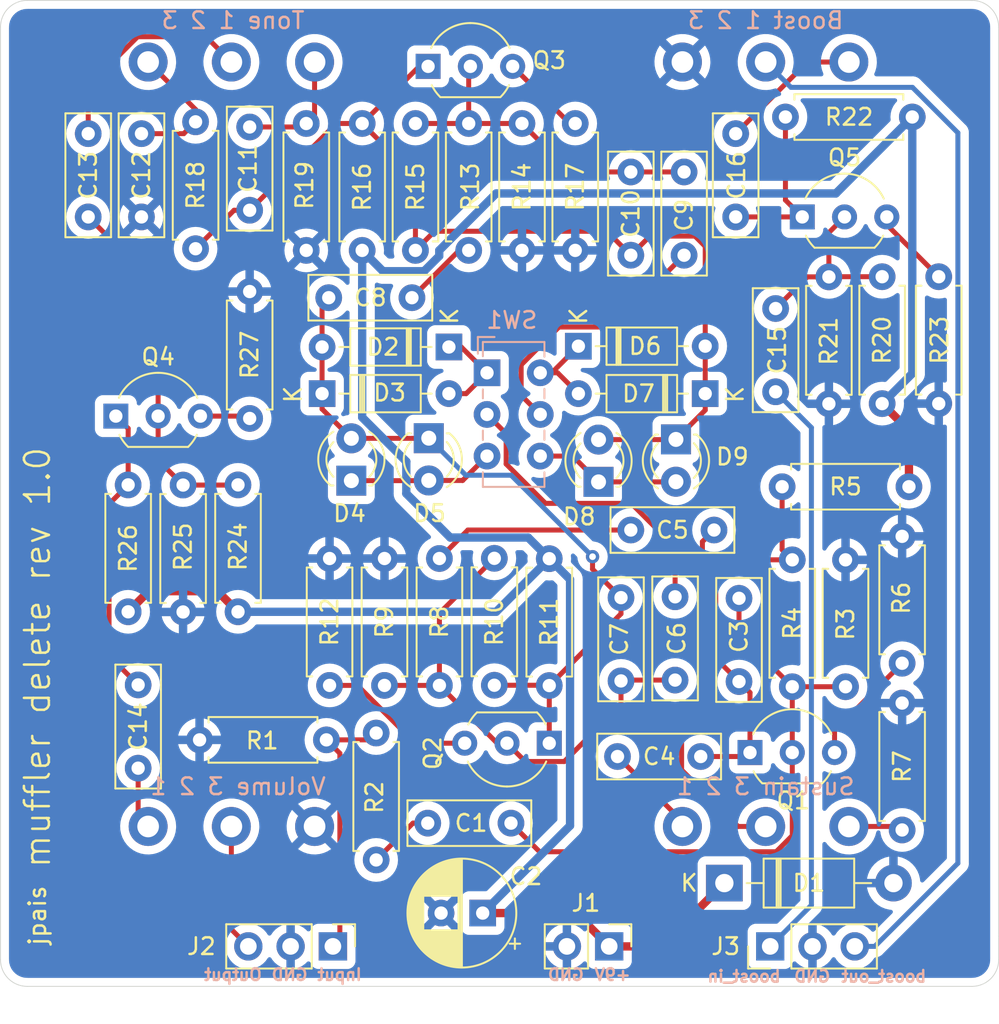
<source format=kicad_pcb>
(kicad_pcb (version 20211014) (generator pcbnew)
  (layers (0 "F.Cu" signal) (31 "B.Cu" power) (34 "B.Paste" user) (35 "F.Paste" user) (36 "B.SilkS" user "B.Silkscreen") (37 "F.SilkS" user "F.Silkscreen") (38 "B.Mask" user) (39 "F.Mask" user) (44 "Edge.Cuts" user))
  (net 0 "")
  (net 1 "/q1b")
  (net 2 "Net-(C1-Pad2)")
  (net 3 "VCC")
  (net 4 "GND")
  (net 5 "/q1c")
  (net 6 "Net-(C4-Pad1)")
  (net 7 "/clip1IN")
  (net 8 "Net-(C5-Pad2)")
  (net 9 "/clipmod1in")
  (net 10 "/q2b")
  (net 11 "/q2c")
  (net 12 "/clip2IN")
  (net 13 "/clipmod2in")
  (net 14 "/q3b")
  (net 15 "/q3c")
  (net 16 "/HPFout")
  (net 17 "/LPFout")
  (net 18 "/toneOUT")
  (net 19 "/q4b")
  (net 20 "/q4c")
  (net 21 "/boost_in")
  (net 22 "/q5b")
  (net 23 "/q5c")
  (net 24 "Net-(D2-Pad1)")
  (net 25 "Net-(D4-Pad1)")
  (net 26 "Net-(D6-Pad1)")
  (net 27 "Net-(D8-Pad1)")
  (net 28 "/Input")
  (net 29 "/Output")
  (net 30 "/boost_out")
  (net 31 "/q1e")
  (net 32 "/q2e")
  (net 33 "/q3e")
  (net 34 "/q5e")
  (net 35 "/q4e")
  (net 36 "Net-(R7-Pad1)")
  (net 37 "/volume_pot1")
  (net 38 "/boost_pot1")
  (footprint "Resistor_THT:R_Axial_DIN0207_L6.3mm_D2.5mm_P7.62mm_Horizontal" (layer "F.Cu") (at 129.25 80.09 -90)
    (fp_text reference "R18" (at 3.81 0 90) (layer "F.SilkS"))
    (fp_text value "33k")
    (pad "1" thru_hole circle (at 0 0 270) (size 1.6 1.6) (drill 0.8) (layers *.Cu *.Mask) (net 17 "/LPFout"))
    (pad "2" thru_hole oval (at 7.62 0 270) (size 1.6 1.6) (drill 0.8) (layers *.Cu *.Mask) (net 15 "/q3c"))
  )
  (footprint "Resistor_THT:R_Axial_DIN0207_L6.3mm_D2.5mm_P7.62mm_Horizontal" (layer "F.Cu") (at 165.1 106.39 -90)
    (fp_text reference "R4" (at 3.81 0 90) (layer "F.SilkS"))
    (fp_text value "470k")
    (pad "1" thru_hole circle (at 0 0 270) (size 1.6 1.6) (drill 0.8) (layers *.Cu *.Mask) (net 5 "/q1c"))
    (pad "2" thru_hole oval (at 7.62 0 270) (size 1.6 1.6) (drill 0.8) (layers *.Cu *.Mask) (net 1 "/q1b"))
  )
  (footprint "Resistor_THT:R_Axial_DIN0207_L6.3mm_D2.5mm_P7.62mm_Horizontal" (layer "F.Cu") (at 142.46 87.81 90)
    (fp_text reference "R15" (at 3.81 0 90) (layer "F.SilkS"))
    (fp_text value "470k")
    (pad "1" thru_hole circle (at 0 0 90) (size 1.6 1.6) (drill 0.8) (layers *.Cu *.Mask) (net 15 "/q3c"))
    (pad "2" thru_hole oval (at 7.62 0 90) (size 1.6 1.6) (drill 0.8) (layers *.Cu *.Mask) (net 14 "/q3b"))
  )
  (footprint "Diode_THT:D_DO-35_SOD27_P7.62mm_Horizontal" (layer "F.Cu") (at 159.87 96.41 180)
    (fp_text reference "D7" (at 4.01 0) (layer "F.SilkS"))
    (fp_text value "1N4148")
    (fp_text user "K" (at -1.79 -0.05 90) (layer "F.SilkS"))
    (pad "1" thru_hole rect (at 0 0 180) (size 1.6 1.6) (drill 0.8) (layers *.Cu *.Mask) (net 15 "/q3c"))
    (pad "2" thru_hole oval (at 7.62 0 180) (size 1.6 1.6) (drill 0.8) (layers *.Cu *.Mask) (net 26 "Net-(D6-Pad1)"))
  )
  (footprint "Resistor_THT:R_Axial_DIN0207_L6.3mm_D2.5mm_P7.62mm_Horizontal" (layer "F.Cu") (at 147.2 113.92 90)
    (fp_text reference "R10" (at 3.81 0 90) (layer "F.SilkS"))
    (fp_text value "470k")
    (pad "1" thru_hole circle (at 0 0 90) (size 1.6 1.6) (drill 0.8) (layers *.Cu *.Mask) (net 11 "/q2c"))
    (pad "2" thru_hole oval (at 7.62 0 90) (size 1.6 1.6) (drill 0.8) (layers *.Cu *.Mask) (net 10 "/q2b"))
  )
  (footprint "Diode_THT:D_DO-41_SOD81_P10.16mm_Horizontal" (layer "F.Cu") (at 161.02 125.8)
    (fp_text reference "D1" (at 5.08 0 180) (layer "F.SilkS"))
    (fp_text value "1N4007")
    (fp_text user "K" (at -2.12 0) (layer "F.SilkS"))
    (pad "1" thru_hole rect (at 0 0) (size 2.2 2.2) (drill 1.1) (layers *.Cu *.Mask) (net 3 "VCC"))
    (pad "2" thru_hole oval (at 10.16 0) (size 2.2 2.2) (drill 1.1) (layers *.Cu *.Mask) (net 4 "GND"))
  )
  (footprint "Diode_THT:D_DO-35_SOD27_P7.62mm_Horizontal" (layer "F.Cu") (at 136.85 96.41)
    (fp_text reference "D3" (at 4.06 -0.05) (layer "F.SilkS"))
    (fp_text value "1N4148")
    (fp_text user "K" (at -1.74 0.05 90) (layer "F.SilkS"))
    (pad "1" thru_hole rect (at 0 0) (size 1.6 1.6) (drill 0.8) (layers *.Cu *.Mask) (net 11 "/q2c"))
    (pad "2" thru_hole oval (at 7.62 0) (size 1.6 1.6) (drill 0.8) (layers *.Cu *.Mask) (net 24 "Net-(D2-Pad1)"))
  )
  (footprint "Connector_PinHeader_2.54mm:PinHeader_1x03_P2.54mm_Vertical" (layer "F.Cu") (at 137.5 129.6 -90)
    (fp_text reference "J2" (at 0 7.9 180) (layer "F.SilkS"))
    (fp_text value "Conn_01x03")
    (pad "1" thru_hole rect (at 0 0 270) (size 1.7 1.7) (drill 1) (layers *.Cu *.Mask) (net 28 "/Input"))
    (pad "2" thru_hole oval (at 0 2.54 270) (size 1.7 1.7) (drill 1) (layers *.Cu *.Mask) (net 4 "GND"))
    (pad "3" thru_hole oval (at 0 5.08 270) (size 1.7 1.7) (drill 1) (layers *.Cu *.Mask) (net 29 "/Output"))
  )
  (footprint "Capacitor_THT:C_Rect_L7.2mm_W2.5mm_P5.00mm_FKS2_FKP2_MKS2_MKP2" (layer "F.Cu") (at 142.25 90.65 180)
    (fp_text reference "C8" (at 2.5 0) (layer "F.SilkS"))
    (fp_text value "100n")
    (pad "1" thru_hole circle (at 0 0 180) (size 1.6 1.6) (drill 0.8) (layers *.Cu *.Mask) (net 12 "/clip2IN"))
    (pad "2" thru_hole circle (at 5 0 180) (size 1.6 1.6) (drill 0.8) (layers *.Cu *.Mask) (net 11 "/q2c"))
  )
  (footprint "Resistor_THT:R_Axial_DIN0207_L6.3mm_D2.5mm_P7.62mm_Horizontal" (layer "F.Cu") (at 173.9 89.39 -90)
    (fp_text reference "R23" (at 3.81 -0.05 90) (layer "F.SilkS"))
    (fp_text value "390")
    (pad "1" thru_hole circle (at 0 0 270) (size 1.6 1.6) (drill 0.8) (layers *.Cu *.Mask) (net 34 "/q5e"))
    (pad "2" thru_hole oval (at 7.62 0 270) (size 1.6 1.6) (drill 0.8) (layers *.Cu *.Mask) (net 4 "GND"))
  )
  (footprint "Resistor_THT:R_Axial_DIN0207_L6.3mm_D2.5mm_P7.62mm_Horizontal" (layer "F.Cu") (at 145.66 80.19 -90)
    (fp_text reference "R13" (at 3.81 -0.1 90) (layer "F.SilkS"))
    (fp_text value "8.2k")
    (pad "1" thru_hole circle (at 0 0 270) (size 1.6 1.6) (drill 0.8) (layers *.Cu *.Mask) (net 14 "/q3b"))
    (pad "2" thru_hole oval (at 7.62 0 270) (size 1.6 1.6) (drill 0.8) (layers *.Cu *.Mask) (net 12 "/clip2IN"))
  )
  (footprint "Capacitor_THT:C_Rect_L7.2mm_W2.5mm_P5.00mm_FKS2_FKP2_MKS2_MKP2" (layer "F.Cu") (at 126 80.8 -90)
    (fp_text reference "C12" (at 2.5 0 90) (layer "F.SilkS"))
    (fp_text value "10n")
    (pad "1" thru_hole circle (at 0 0 270) (size 1.6 1.6) (drill 0.8) (layers *.Cu *.Mask) (net 17 "/LPFout"))
    (pad "2" thru_hole circle (at 5 0 270) (size 1.6 1.6) (drill 0.8) (layers *.Cu *.Mask) (net 4 "GND"))
  )
  (footprint "Capacitor_THT:C_Rect_L7.2mm_W2.5mm_P5.00mm_FKS2_FKP2_MKS2_MKP2" (layer "F.Cu") (at 158.6 88.1 90)
    (fp_text reference "C9" (at 2.4 0 90) (layer "F.SilkS"))
    (fp_text value "47n")
    (pad "1" thru_hole circle (at 0 0 90) (size 1.6 1.6) (drill 0.8) (layers *.Cu *.Mask) (net 13 "/clipmod2in"))
    (pad "2" thru_hole circle (at 5 0 90) (size 1.6 1.6) (drill 0.8) (layers *.Cu *.Mask) (net 14 "/q3b"))
  )
  (footprint "Capacitor_THT:C_Rect_L7.2mm_W2.5mm_P5.00mm_FKS2_FKP2_MKS2_MKP2" (layer "F.Cu") (at 125.8 118.9 90)
    (fp_text reference "C14" (at 2.5 0 90) (layer "F.SilkS"))
    (fp_text value "100n")
    (pad "1" thru_hole circle (at 0 0 90) (size 1.6 1.6) (drill 0.8) (layers *.Cu *.Mask) (net 37 "/volume_pot1"))
    (pad "2" thru_hole circle (at 5 0 90) (size 1.6 1.6) (drill 0.8) (layers *.Cu *.Mask) (net 20 "/q4c"))
  )
  (footprint "LED_THT:LED_D3.0mm" (layer "F.Cu") (at 143.26 99.085 -90)
    (fp_text reference "D5" (at 4.515 -0.05 180) (layer "F.SilkS"))
    (fp_text value "RED")
    (pad "1" thru_hole rect (at 0 0 270) (size 1.8 1.8) (drill 0.9) (layers *.Cu *.Mask) (net 11 "/q2c"))
    (pad "2" thru_hole circle (at 2.54 0 270) (size 1.8 1.8) (drill 0.9) (layers *.Cu *.Mask) (net 25 "Net-(D4-Pad1)"))
  )
  (footprint "Resistor_THT:R_Axial_DIN0207_L6.3mm_D2.5mm_P7.62mm_Horizontal" (layer "F.Cu") (at 171.7 122.61 90)
    (fp_text reference "R7" (at 3.81 0 90) (layer "F.SilkS"))
    (fp_text value "1k")
    (pad "1" thru_hole circle (at 0 0 90) (size 1.6 1.6) (drill 0.8) (layers *.Cu *.Mask) (net 36 "Net-(R7-Pad1)"))
    (pad "2" thru_hole oval (at 7.62 0 90) (size 1.6 1.6) (drill 0.8) (layers *.Cu *.Mask) (net 4 "GND"))
  )
  (footprint "Resistor_THT:R_Axial_DIN0207_L6.3mm_D2.5mm_P7.62mm_Horizontal" (layer "F.Cu") (at 170.5 97.01 90)
    (fp_text reference "R20" (at 3.81 0 90) (layer "F.SilkS"))
    (fp_text value "470k")
    (pad "1" thru_hole circle (at 0 0 90) (size 1.6 1.6) (drill 0.8) (layers *.Cu *.Mask) (net 3 "VCC"))
    (pad "2" thru_hole oval (at 7.62 0 90) (size 1.6 1.6) (drill 0.8) (layers *.Cu *.Mask) (net 22 "/q5b"))
  )
  (footprint "Capacitor_THT:C_Rect_L7.2mm_W2.5mm_P5.00mm_FKS2_FKP2_MKS2_MKP2" (layer "F.Cu") (at 122.8 80.8 -90)
    (fp_text reference "C13" (at 2.5 0 90) (layer "F.SilkS"))
    (fp_text value "100n")
    (pad "1" thru_hole circle (at 0 0 270) (size 1.6 1.6) (drill 0.8) (layers *.Cu *.Mask) (net 18 "/toneOUT"))
    (pad "2" thru_hole circle (at 5 0 270) (size 1.6 1.6) (drill 0.8) (layers *.Cu *.Mask) (net 19 "/q4b"))
  )
  (footprint "Resistor_THT:R_Axial_DIN0207_L6.3mm_D2.5mm_P7.62mm_Horizontal" (layer "F.Cu") (at 171.7 112.6 90)
    (fp_text reference "R6" (at 3.91 -0.05 90) (layer "F.SilkS"))
    (fp_text value "150")
    (pad "1" thru_hole circle (at 0 0 90) (size 1.6 1.6) (drill 0.8) (layers *.Cu *.Mask) (net 31 "/q1e"))
    (pad "2" thru_hole oval (at 7.62 0 90) (size 1.6 1.6) (drill 0.8) (layers *.Cu *.Mask) (net 4 "GND"))
  )
  (footprint "Resistor_THT:R_Axial_DIN0207_L6.3mm_D2.5mm_P7.62mm_Horizontal" (layer "F.Cu") (at 135.9 87.81 90)
    (fp_text reference "R19" (at 3.91 -0.1 90) (layer "F.SilkS"))
    (fp_text value "33k")
    (pad "1" thru_hole circle (at 0 0 90) (size 1.6 1.6) (drill 0.8) (layers *.Cu *.Mask) (net 4 "GND"))
    (pad "2" thru_hole oval (at 7.62 0 90) (size 1.6 1.6) (drill 0.8) (layers *.Cu *.Mask) (net 16 "/HPFout"))
  )
  (footprint "Resistor_THT:R_Axial_DIN0207_L6.3mm_D2.5mm_P7.62mm_Horizontal" (layer "F.Cu") (at 140.6 113.93 90)
    (fp_text reference "R9" (at 3.81 0 90) (layer "F.SilkS"))
    (fp_text value "100k")
    (pad "1" thru_hole circle (at 0 0 90) (size 1.6 1.6) (drill 0.8) (layers *.Cu *.Mask) (net 10 "/q2b"))
    (pad "2" thru_hole oval (at 7.62 0 90) (size 1.6 1.6) (drill 0.8) (layers *.Cu *.Mask) (net 4 "GND"))
  )
  (footprint "Resistor_THT:R_Axial_DIN0207_L6.3mm_D2.5mm_P7.62mm_Horizontal" (layer "F.Cu") (at 148.86 80.19 -90)
    (fp_text reference "R14" (at 3.81 0 90) (layer "F.SilkS"))
    (fp_text value "100k")
    (pad "1" thru_hole circle (at 0 0 270) (size 1.6 1.6) (drill 0.8) (layers *.Cu *.Mask) (net 14 "/q3b"))
    (pad "2" thru_hole oval (at 7.62 0 270) (size 1.6 1.6) (drill 0.8) (layers *.Cu *.Mask) (net 4 "GND"))
  )
  (footprint "Package_TO_SOT_THT:TO-92_Inline_Wide" (layer "F.Cu") (at 150.5 117.4 180)
    (fp_text reference "Q2" (at 7 -0.6 90) (layer "F.SilkS"))
    (fp_text value "BC547")
    (pad "1" thru_hole rect (at 0 0 180) (size 1.5 1.5) (drill 0.8) (layers *.Cu *.Mask) (net 11 "/q2c"))
    (pad "2" thru_hole circle (at 2.54 0 180) (size 1.5 1.5) (drill 0.8) (layers *.Cu *.Mask) (net 10 "/q2b"))
    (pad "3" thru_hole circle (at 5.08 0 180) (size 1.5 1.5) (drill 0.8) (layers *.Cu *.Mask) (net 32 "/q2e"))
  )
  (footprint "Capacitor_THT:C_Rect_L7.2mm_W2.5mm_P5.00mm_FKS2_FKP2_MKS2_MKP2" (layer "F.Cu") (at 155.4 104.6)
    (fp_text reference "C5" (at 2.5 0) (layer "F.SilkS"))
    (fp_text value "100n")
    (pad "1" thru_hole circle (at 0 0) (size 1.6 1.6) (drill 0.8) (layers *.Cu *.Mask) (net 7 "/clip1IN"))
    (pad "2" thru_hole circle (at 5 0) (size 1.6 1.6) (drill 0.8) (layers *.Cu *.Mask) (net 8 "Net-(C5-Pad2)"))
  )
  (footprint "Capacitor_THT:C_Rect_L7.2mm_W2.5mm_P5.00mm_FKS2_FKP2_MKS2_MKP2" (layer "F.Cu") (at 164.1 96.3 90)
    (fp_text reference "C15" (at 2.5 0.1 90) (layer "F.SilkS"))
    (fp_text value "100n")
    (pad "1" thru_hole circle (at 0 0 90) (size 1.6 1.6) (drill 0.8) (layers *.Cu *.Mask) (net 21 "/boost_in"))
    (pad "2" thru_hole circle (at 5 0 90) (size 1.6 1.6) (drill 0.8) (layers *.Cu *.Mask) (net 22 "/q5b"))
  )
  (footprint "Resistor_THT:R_Axial_DIN0207_L6.3mm_D2.5mm_P7.62mm_Horizontal" (layer "F.Cu") (at 143.9 113.93 90)
    (fp_text reference "R8" (at 3.81 0 90) (layer "F.SilkS"))
    (fp_text value "8.2k")
    (pad "1" thru_hole circle (at 0 0 90) (size 1.6 1.6) (drill 0.8) (layers *.Cu *.Mask) (net 10 "/q2b"))
    (pad "2" thru_hole oval (at 7.62 0 90) (size 1.6 1.6) (drill 0.8) (layers *.Cu *.Mask) (net 7 "/clip1IN"))
  )
  (footprint "Resistor_THT:R_Axial_DIN0207_L6.3mm_D2.5mm_P7.62mm_Horizontal" (layer "F.Cu") (at 125.2 109.51 90)
    (fp_text reference "R26" (at 3.81 0 90) (layer "F.SilkS"))
    (fp_text value "12k")
    (pad "1" thru_hole circle (at 0 0 90) (size 1.6 1.6) (drill 0.8) (layers *.Cu *.Mask) (net 3 "VCC"))
    (pad "2" thru_hole oval (at 7.62 0 90) (size 1.6 1.6) (drill 0.8) (layers *.Cu *.Mask) (net 20 "/q4c"))
  )
  (footprint "Resistor_THT:R_Axial_DIN0207_L6.3mm_D2.5mm_P7.62mm_Horizontal" (layer "F.Cu") (at 167.3 89.4 -90)
    (fp_text reference "R21" (at 3.86 0 90) (layer "F.SilkS"))
    (fp_text value "47k")
    (pad "1" thru_hole circle (at 0 0 270) (size 1.6 1.6) (drill 0.8) (layers *.Cu *.Mask) (net 22 "/q5b"))
    (pad "2" thru_hole oval (at 7.62 0 270) (size 1.6 1.6) (drill 0.8) (layers *.Cu *.Mask) (net 4 "GND"))
  )
  (footprint "Connector_PinHeader_2.54mm:PinHeader_1x03_P2.54mm_Vertical" (layer "F.Cu") (at 163.775 129.6 90)
    (fp_text reference "J3" (at 0 -2.675 180) (layer "F.SilkS"))
    (fp_text value "Conn_01x03")
    (pad "1" thru_hole rect (at 0 0 90) (size 1.7 1.7) (drill 1) (layers *.Cu *.Mask) (net 21 "/boost_in"))
    (pad "2" thru_hole oval (at 0 2.54 90) (size 1.7 1.7) (drill 1) (layers *.Cu *.Mask) (net 4 "GND"))
    (pad "3" thru_hole oval (at 0 5.08 90) (size 1.7 1.7) (drill 1) (layers *.Cu *.Mask) (net 30 "/boost_out"))
  )
  (footprint "Package_TO_SOT_THT:TO-92_Inline_Wide" (layer "F.Cu") (at 143.22 76.76)
    (fp_text reference "Q3" (at 7.28 -0.36) (layer "F.SilkS"))
    (fp_text value "BC547")
    (pad "1" thru_hole rect (at 0 0) (size 1.5 1.5) (drill 0.8) (layers *.Cu *.Mask) (net 15 "/q3c"))
    (pad "2" thru_hole circle (at 2.54 0) (size 1.5 1.5) (drill 0.8) (layers *.Cu *.Mask) (net 14 "/q3b"))
    (pad "3" thru_hole circle (at 5.08 0) (size 1.5 1.5) (drill 0.8) (layers *.Cu *.Mask) (net 33 "/q3e"))
  )
  (footprint "Resistor_THT:R_Axial_DIN0207_L6.3mm_D2.5mm_P7.62mm_Horizontal" (layer "F.Cu") (at 137.3 113.93 90)
    (fp_text reference "R12" (at 3.81 0 90) (layer "F.SilkS"))
    (fp_text value "150")
    (pad "1" thru_hole circle (at 0 0 90) (size 1.6 1.6) (drill 0.8) (layers *.Cu *.Mask) (net 32 "/q2e"))
    (pad "2" thru_hole oval (at 7.62 0 90) (size 1.6 1.6) (drill 0.8) (layers *.Cu *.Mask) (net 4 "GND"))
  )
  (footprint "Diode_THT:D_DO-35_SOD27_P7.62mm_Horizontal" (layer "F.Cu") (at 144.47 93.61 180)
    (fp_text reference "D2" (at 3.96 0) (layer "F.SilkS"))
    (fp_text value "1N4148")
    (fp_text user "K" (at -0.04 1.85 90) (layer "F.SilkS"))
    (pad "1" thru_hole rect (at 0 0 180) (size 1.6 1.6) (drill 0.8) (layers *.Cu *.Mask) (net 24 "Net-(D2-Pad1)"))
    (pad "2" thru_hole oval (at 7.62 0 180) (size 1.6 1.6) (drill 0.8) (layers *.Cu *.Mask) (net 11 "/q2c"))
  )
  (footprint "Connector_PinHeader_2.54mm:PinHeader_1x02_P2.54mm_Vertical" (layer "F.Cu") (at 154.1 129.6 -90)
    (fp_text reference "J1" (at -2.6 1.4 180) (layer "F.SilkS"))
    (fp_text value "Conn_01x02")
    (pad "1" thru_hole rect (at 0 0 270) (size 1.7 1.7) (drill 1) (layers *.Cu *.Mask) (net 3 "VCC"))
    (pad "2" thru_hole oval (at 0 2.54 270) (size 1.7 1.7) (drill 1) (layers *.Cu *.Mask) (net 4 "GND"))
  )
  (footprint "Capacitor_THT:C_Rect_L7.2mm_W2.5mm_P5.00mm_FKS2_FKP2_MKS2_MKP2" (layer "F.Cu") (at 148.2 122.2 180)
    (fp_text reference "C1" (at 2.4 0) (layer "F.SilkS"))
    (fp_text value "100n")
    (pad "1" thru_hole circle (at 0 0 180) (size 1.6 1.6) (drill 0.8) (layers *.Cu *.Mask) (net 1 "/q1b"))
    (pad "2" thru_hole circle (at 5 0 180) (size 1.6 1.6) (drill 0.8) (layers *.Cu *.Mask) (net 2 "Net-(C1-Pad2)"))
  )
  (footprint "Resistor_THT:R_Axial_DIN0207_L6.3mm_D2.5mm_P7.62mm_Horizontal" (layer "F.Cu") (at 131.8 109.51 90)
    (fp_text reference "R24" (at 3.91 0 90) (layer "F.SilkS"))
    (fp_text value "470k")
    (pad "1" thru_hole circle (at 0 0 90) (size 1.6 1.6) (drill 0.8) (layers *.Cu *.Mask) (net 3 "VCC"))
    (pad "2" thru_hole oval (at 7.62 0 90) (size 1.6 1.6) (drill 0.8) (layers *.Cu *.Mask) (net 19 "/q4b"))
  )
  (footprint "Capacitor_THT:C_Rect_L7.2mm_W2.5mm_P5.00mm_FKS2_FKP2_MKS2_MKP2" (layer "F.Cu") (at 154.81 108.66 -90)
    (fp_text reference "C7" (at 2.5 0.1 90) (layer "F.SilkS"))
    (fp_text value "470p")
    (pad "1" thru_hole circle (at 0 0 270) (size 1.6 1.6) (drill 0.8) (layers *.Cu *.Mask) (net 11 "/q2c"))
    (pad "2" thru_hole circle (at 5 0 270) (size 1.6 1.6) (drill 0.8) (layers *.Cu *.Mask) (net 10 "/q2b"))
  )
  (footprint "Package_TO_SOT_THT:TO-92_Inline_Wide" (layer "F.Cu") (at 165.7 85.8)
    (fp_text reference "Q5" (at 2.54 -3.56) (layer "F.SilkS"))
    (fp_text value "BC547")
    (pad "1" thru_hole rect (at 0 0) (size 1.5 1.5) (drill 0.8) (layers *.Cu *.Mask) (net 23 "/q5c"))
    (pad "2" thru_hole circle (at 2.54 0) (size 1.5 1.5) (drill 0.8) (layers *.Cu *.Mask) (net 22 "/q5b"))
    (pad "3" thru_hole circle (at 5.08 0) (size 1.5 1.5) (drill 0.8) (layers *.Cu *.Mask) (net 34 "/q5e"))
  )
  (footprint "Resistor_THT:R_Axial_DIN0207_L6.3mm_D2.5mm_P7.62mm_Horizontal" (layer "F.Cu") (at 139.26 87.81 90)
    (fp_text reference "R16" (at 3.8 0 90) (layer "F.SilkS"))
    (fp_text value "12k")
    (pad "1" thru_hole circle (at 0 0 90) (size 1.6 1.6) (drill 0.8) (layers *.Cu *.Mask) (net 3 "VCC"))
    (pad "2" thru_hole oval (at 7.62 0 90) (size 1.6 1.6) (drill 0.8) (layers *.Cu *.Mask) (net 15 "/q3c"))
  )
  (footprint "Capacitor_THT:C_Rect_L7.2mm_W2.5mm_P5.00mm_FKS2_FKP2_MKS2_MKP2" (layer "F.Cu") (at 158.06 108.61 -90)
    (fp_text reference "C6" (at 2.5 -0.1 90) (layer "F.SilkS"))
    (fp_text value "47n")
    (pad "1" thru_hole circle (at 0 0 270) (size 1.6 1.6) (drill 0.8) (layers *.Cu *.Mask) (net 9 "/clipmod1in"))
    (pad "2" thru_hole circle (at 5 0 270) (size 1.6 1.6) (drill 0.8) (layers *.Cu *.Mask) (net 10 "/q2b"))
  )
  (footprint "Capacitor_THT:C_Rect_L7.2mm_W2.5mm_P5.00mm_FKS2_FKP2_MKS2_MKP2" (layer "F.Cu") (at 132.5 80.4 -90)
    (fp_text reference "C11" (at 2.5 0.1 90) (layer "F.SilkS"))
    (fp_text value "4n")
    (pad "1" thru_hole circle (at 0 0 270) (size 1.6 1.6) (drill 0.8) (layers *.Cu *.Mask) (net 16 "/HPFout"))
    (pad "2" thru_hole circle (at 5 0 270) (size 1.6 1.6) (drill 0.8) (layers *.Cu *.Mask) (net 15 "/q3c"))
  )
  (footprint "Resistor_THT:R_Axial_DIN0207_L6.3mm_D2.5mm_P7.62mm_Horizontal" (layer "F.Cu") (at 128.5 101.9 -90)
    (fp_text reference "R25" (at 3.71 0 90) (layer "F.SilkS"))
    (fp_text value "100k")
    (pad "1" thru_hole circle (at 0 0 270) (size 1.6 1.6) (drill 0.8) (layers *.Cu *.Mask) (net 19 "/q4b"))
    (pad "2" thru_hole oval (at 7.62 0 270) (size 1.6 1.6) (drill 0.8) (layers *.Cu *.Mask) (net 4 "GND"))
  )
  (footprint "Capacitor_THT:CP_Radial_D6.3mm_P2.50mm" (layer "F.Cu") (at 146.5 127.6 180)
    (fp_text reference "C2" (at -2.6 2.2 180) (layer "F.SilkS"))
    (fp_text value "100u")
    (pad "1" thru_hole rect (at 0 0 180) (size 1.6 1.6) (drill 0.8) (layers *.Cu *.Mask) (net 3 "VCC"))
    (pad "2" thru_hole circle (at 2.5 0 180) (size 1.6 1.6) (drill 0.8) (layers *.Cu *.Mask) (net 4 "GND"))
  )
  (footprint "Resistor_THT:R_Axial_DIN0207_L6.3mm_D2.5mm_P7.62mm_Horizontal" (layer "F.Cu") (at 137.11 117.2 180)
    (fp_text reference "R1" (at 3.86 -0.05) (layer "F.SilkS"))
    (fp_text value "1M")
    (pad "1" thru_hole circle (at 0 0 180) (size 1.6 1.6) (drill 0.8) (layers *.Cu *.Mask) (net 28 "/Input"))
    (pad "2" thru_hole oval (at 7.62 0 180) (size 1.6 1.6) (drill 0.8) (layers *.Cu *.Mask) (net 4 "GND"))
  )
  (footprint "LED_THT:LED_D3.0mm" (layer "F.Cu") (at 158.11 99.16 -90)
    (fp_text reference "D9" (at 1.04 -3.39 180) (layer "F.SilkS"))
    (fp_text value "RED")
    (pad "1" thru_hole rect (at 0 0 270) (size 1.8 1.8) (drill 0.9) (layers *.Cu *.Mask) (net 15 "/q3c"))
    (pad "2" thru_hole circle (at 2.54 0 270) (size 1.8 1.8) (drill 0.9) (layers *.Cu *.Mask) (net 27 "Net-(D8-Pad1)"))
  )
  (footprint "Capacitor_THT:C_Rect_L7.2mm_W2.5mm_P5.00mm_FKS2_FKP2_MKS2_MKP2" (layer "F.Cu") (at 154.6 118.2)
    (fp_text reference "C4" (at 2.5 0) (layer "F.SilkS"))
    (fp_text value "100n")
    (pad "1" thru_hole circle (at 0 0) (size 1.6 1.6) (drill 0.8) (layers *.Cu *.Mask) (net 6 "Net-(C4-Pad1)"))
    (pad "2" thru_hole circle (at 5 0) (size 1.6 1.6) (drill 0.8) (layers *.Cu *.Mask) (net 5 "/q1c"))
  )
  (footprint "Resistor_THT:R_Axial_DIN0207_L6.3mm_D2.5mm_P7.62mm_Horizontal" (layer "F.Cu") (at 132.5 97.9 90)
    (fp_text reference "R27" (at 3.82 0 90) (layer "F.SilkS"))
    (fp_text value "2.7k")
    (pad "1" thru_hole circle (at 0 0 90) (size 1.6 1.6) (drill 0.8) (layers *.Cu *.Mask) (net 35 "/q4e"))
    (pad "2" thru_hole oval (at 7.62 0 90) (size 1.6 1.6) (drill 0.8) (layers *.Cu *.Mask) (net 4 "GND"))
  )
  (footprint "Resistor_THT:R_Axial_DIN0207_L6.3mm_D2.5mm_P7.62mm_Horizontal" (layer "F.Cu") (at 140.1 124.41 90)
    (fp_text reference "R2" (at 3.76 -0.1 90) (layer "F.SilkS"))
    (fp_text value "33k")
    (pad "1" thru_hole circle (at 0 0 90) (size 1.6 1.6) (drill 0.8) (layers *.Cu *.Mask) (net 2 "Net-(C1-Pad2)"))
    (pad "2" thru_hole oval (at 7.62 0 90) (size 1.6 1.6) (drill 0.8) (layers *.Cu *.Mask) (net 28 "/Input"))
  )
  (footprint "Package_TO_SOT_THT:TO-92_Inline_Wide" (layer "F.Cu") (at 124.46 97.76)
    (fp_text reference "Q4" (at 2.54 -3.56) (layer "F.SilkS"))
    (fp_text value "BC547")
    (pad "1" thru_hole rect (at 0 0) (size 1.5 1.5) (drill 0.8) (layers *.Cu *.Mask) (net 20 "/q4c"))
    (pad "2" thru_hole circle (at 2.54 0) (size 1.5 1.5) (drill 0.8) (layers *.Cu *.Mask) (net 19 "/q4b"))
    (pad "3" thru_hole circle (at 5.08 0) (size 1.5 1.5) (drill 0.8) (layers *.Cu *.Mask) (net 35 "/q4e"))
  )
  (footprint "Resistor_THT:R_Axial_DIN0207_L6.3mm_D2.5mm_P7.62mm_Horizontal" (layer "F.Cu") (at 150.5 106.32 -90)
    (fp_text reference "R11" (at 3.81 0 90) (layer "F.SilkS"))
    (fp_text value "12k")
    (pad "1" thru_hole circle (at 0 0 270) (size 1.6 1.6) (drill 0.8) (layers *.Cu *.Mask) (net 3 "VCC"))
    (pad "2" thru_hole oval (at 7.62 0 270) (size 1.6 1.6) (drill 0.8) (layers *.Cu *.Mask) (net 11 "/q2c"))
  )
  (footprint "Resistor_THT:R_Axial_DIN0207_L6.3mm_D2.5mm_P7.62mm_Horizontal" (layer "F.Cu") (at 168.3 114.01 90)
    (fp_text reference "R3" (at 3.76 0 90) (layer "F.SilkS"))
    (fp_text value "100k")
    (pad "1" thru_hole circle (at 0 0 90) (size 1.6 1.6) (drill 0.8) (layers *.Cu *.Mask) (net 1 "/q1b"))
    (pad "2" thru_hole oval (at 7.62 0 90) (size 1.6 1.6) (drill 0.8) (layers *.Cu *.Mask) (net 4 "GND"))
  )
  (footprint "Resistor_THT:R_Axial_DIN0207_L6.3mm_D2.5mm_P7.62mm_Horizontal" (layer "F.Cu") (at 172.11 102 180)
    (fp_text reference "R5" (at 3.81 0) (layer "F.SilkS"))
    (fp_text value "15k")
    (pad "1" thru_hole circle (at 0 0 180) (size 1.6 1.6) (drill 0.8) (layers *.Cu *.Mask) (net 3 "VCC"))
    (pad "2" thru_hole oval (at 7.62 0 180) (size 1.6 1.6) (drill 0.8) (layers *.Cu *.Mask) (net 5 "/q1c"))
  )
  (footprint "Diode_THT:D_DO-35_SOD27_P7.62mm_Horizontal" (layer "F.Cu") (at 152.25 93.56)
    (fp_text reference "D6" (at 4.01 0) (layer "F.SilkS"))
    (fp_text value "1N4148")
    (fp_text user "K" (at 0.01 -1.8 90) (layer "F.SilkS"))
    (pad "1" thru_hole rect (at 0 0) (size 1.6 1.6) (drill 0.8) (layers *.Cu *.Mask) (net 26 "Net-(D6-Pad1)"))
    (pad "2" thru_hole oval (at 7.62 0) (size 1.6 1.6) (drill 0.8) (layers *.Cu *.Mask) (net 15 "/q3c"))
  )
  (footprint "Capacitor_THT:C_Rect_L7.2mm_W2.5mm_P5.00mm_FKS2_FKP2_MKS2_MKP2" (layer "F.Cu") (at 161.7 85.8 90)
    (fp_text reference "C16" (at 2.5 0.05 90) (layer "F.SilkS"))
    (fp_text value "100n")
    (pad "1" thru_hole circle (at 0 0 90) (size 1.6 1.6) (drill 0.8) (layers *.Cu *.Mask) (net 23 "/q5c"))
    (pad "2" thru_hole circle (at 5 0 90) (size 1.6 1.6) (drill 0.8) (layers *.Cu *.Mask) (net 38 "/boost_pot1"))
  )
  (footprint "Capacitor_THT:C_Rect_L7.2mm_W2.5mm_P5.00mm_FKS2_FKP2_MKS2_MKP2" (layer "F.Cu") (at 161.9 113.7 90)
    (fp_text reference "C3" (at 2.7 0 90) (layer "F.SilkS"))
    (fp_text value "470p")
    (pad "1" thru_hole circle (at 0 0 90) (size 1.6 1.6) (drill 0.8) (layers *.Cu *.Mask) (net 5 "/q1c"))
    (pad "2" thru_hole circle (at 5 0 90) (size 1.6 1.6) (drill 0.8) (layers *.Cu *.Mask) (net 1 "/q1b"))
  )
  (footprint "Package_TO_SOT_THT:TO-92_Inline_Wide" (layer "F.Cu") (at 162.56 117.96)
    (fp_text reference "Q1" (at 2.6 2.89) (layer "F.SilkS"))
    (fp_text value "BC547")
    (pad "1" thru_hole rect (at 0 0) (size 1.5 1.5) (drill 0.8) (layers *.Cu *.Mask) (net 5 "/q1c"))
    (pad "2" thru_hole circle (at 2.54 0) (size 1.5 1.5) (drill 0.8) (layers *.Cu *.Mask) (net 1 "/q1b"))
    (pad "3" thru_hole circle (at 5.08 0) (size 1.5 1.5) (drill 0.8) (layers *.Cu *.Mask) (net 31 "/q1e"))
  )
  (footprint "LED_THT:LED_D3.0mm" (layer "F.Cu") (at 153.46 101.71 90)
    (fp_text reference "D8" (at -2.09 -1.16 180) (layer "F.SilkS"))
    (fp_text value "RED")
    (pad "1" thru_hole rect (at 0 0 90) (size 1.8 1.8) (drill 0.9) (layers *.Cu *.Mask) (net 27 "Net-(D8-Pad1)"))
    (pad "2" thru_hole circle (at 2.54 0 90) (size 1.8 1.8) (drill 0.9) (layers *.Cu *.Mask) (net 15 "/q3c"))
  )
  (footprint "Capacitor_THT:C_Rect_L7.2mm_W2.5mm_P5.00mm_FKS2_FKP2_MKS2_MKP2" (layer "F.Cu") (at 155.4 88.1 90)
    (fp_text reference "C10" (at 2.5 0 90) (layer "F.SilkS"))
    (fp_text value "470p")
    (pad "1" thru_hole circle (at 0 0 90) (size 1.6 1.6) (drill 0.8) (layers *.Cu *.Mask) (net 15 "/q3c"))
    (pad "2" thru_hole circle (at 5 0 90) (size 1.6 1.6) (drill 0.8) (layers *.Cu *.Mask) (net 14 "/q3b"))
  )
  (footprint "LED_THT:LED_D3.0mm" (layer "F.Cu") (at 138.61 101.635 90)
    (fp_text reference "D4" (at -1.965 -0.11 180) (layer "F.SilkS"))
    (fp_text value "RED")
    (pad "1" thru_hole rect (at 0 0 90) (size 1.8 1.8) (drill 0.9) (layers *.Cu *.Mask) (net 25 "Net-(D4-Pad1)"))
    (pad "2" thru_hole circle (at 2.54 0 90) (size 1.8 1.8) (drill 0.9) (layers *.Cu *.Mask) (net 11 "/q2c"))
  )
  (footprint "Resistor_THT:R_Axial_DIN0207_L6.3mm_D2.5mm_P7.62mm_Horizontal" (layer "F.Cu") (at 152.06 80.19 -90)
    (fp_text reference "R17" (at 3.81 0 90) (layer "F.SilkS"))
    (fp_text value "150")
    (pad "1" thru_hole circle (at 0 0 270) (size 1.6 1.6) (drill 0.8) (layers *.Cu *.Mask) (net 33 "/q3e"))
    (pad "2" thru_hole oval (at 7.62 0 270) (size 1.6 1.6) (drill 0.8) (layers *.Cu *.Mask) (net 4 "GND"))
  )
  (footprint "Resistor_THT:R_Axial_DIN0207_L6.3mm_D2.5mm_P7.62mm_Horizontal" (layer "F.Cu") (at 172.31 79.8 180)
    (fp_text reference "R22" (at 3.8 0) (layer "F.SilkS"))
    (fp_text value "10k")
    (pad "1" thru_hole circle (at 0 0 180) (size 1.6 1.6) (drill 0.8) (layers *.Cu *.Mask) (net 3 "VCC"))
    (pad "2" thru_hole oval (at 7.62 0 180) (size 1.6 1.6) (drill 0.8) (layers *.Cu *.Mask) (net 23 "/q5c"))
  )
  (footprint "Button_Switch_THT:SW_E-Switch_EG1271_DPDT" (layer "B.Cu") (at 146.76 95.16 -90)
    (fp_text reference "SW1" (at -3.16 -1.49 180) (layer "B.SilkS") (effects (justify mirror)))
    (fp_text value "SW_DPDT_x2")
    (pad "1" thru_hole rect (at 0 0 270) (size 1.6 1.6) (drill 0.8) (layers *.Cu *.Mask) (net 24 "Net-(D2-Pad1)"))
    (pad "2" thru_hole circle (at 2.5 0 270) (size 1.6 1.6) (drill 0.8) (layers *.Cu *.Mask) (net 9 "/clipmod1in"))
    (pad "3" thru_hole circle (at 5 0 270) (size 1.6 1.6) (drill 0.8) (layers *.Cu *.Mask) (net 25 "Net-(D4-Pad1)"))
    (pad "4" thru_hole circle (at 0 -3.2 270) (size 1.6 1.6) (drill 0.8) (layers *.Cu *.Mask) (net 26 "Net-(D6-Pad1)"))
    (pad "5" thru_hole circle (at 2.5 -3.2 270) (size 1.6 1.6) (drill 0.8) (layers *.Cu *.Mask) (net 13 "/clipmod2in"))
    (pad "6" thru_hole circle (at 5 -3.2 270) (size 1.6 1.6) (drill 0.8) (layers *.Cu *.Mask) (net 27 "Net-(D8-Pad1)"))
  )
  (footprint "Potentiometer_THT:Potentiometer_Omeg_PC16BU_Vertical" (layer "B.Cu") (at 168.5 76.5 -90)
    (fp_text reference "RV3" hide)
    (fp_text value "100k")
    (pad "1" thru_hole circle (at 0 0 270) (size 2.34 2.34) (drill 1.3) (layers *.Cu *.Mask) (net 38 "/boost_pot1"))
    (pad "2" thru_hole circle (at 0 5 270) (size 2.34 2.34) (drill 1.3) (layers *.Cu *.Mask) (net 30 "/boost_out"))
    (pad "3" thru_hole circle (at 0 10 270) (size 2.34 2.34) (drill 1.3) (layers *.Cu *.Mask) (net 4 "GND"))
  )
  (footprint "Potentiometer_THT:Potentiometer_Omeg_PC16BU_Vertical" (layer "B.Cu") (at 126.4 122.4 90)
    (fp_text reference "RV4" hide)
    (fp_text value "100k")
    (pad "1" thru_hole circle (at 0 0 90) (size 2.34 2.34) (drill 1.3) (layers *.Cu *.Mask) (net 37 "/volume_pot1"))
    (pad "2" thru_hole circle (at 0 5 90) (size 2.34 2.34) (drill 1.3) (layers *.Cu *.Mask) (net 29 "/Output"))
    (pad "3" thru_hole circle (at 0 10 90) (size 2.34 2.34) (drill 1.3) (layers *.Cu *.Mask) (net 4 "GND"))
  )
  (footprint "Potentiometer_THT:Potentiometer_Omeg_PC16BU_Vertical" (layer "B.Cu") (at 158.5 122.4 90)
    (fp_text reference "RV1" hide)
    (fp_text value "100k")
    (pad "1" thru_hole circle (at 0 0 90) (size 2.34 2.34) (drill 1.3) (layers *.Cu *.Mask) (net 6 "Net-(C4-Pad1)"))
    (pad "2" thru_hole circle (at 0 5 90) (size 2.34 2.34) (drill 1.3) (layers *.Cu *.Mask) (net 8 "Net-(C5-Pad2)"))
    (pad "3" thru_hole circle (at 0 10 90) (size 2.34 2.34) (drill 1.3) (layers *.Cu *.Mask) (net 36 "Net-(R7-Pad1)"))
  )
  (footprint "Potentiometer_THT:Potentiometer_Omeg_PC16BU_Vertical" (layer "B.Cu") (at 136.4 76.5 -90)
    (fp_text reference "RV2" hide)
    (fp_text value "100k")
    (pad "1" thru_hole circle (at 0 0 270) (size 2.34 2.34) (drill 1.3) (layers *.Cu *.Mask) (net 16 "/HPFout"))
    (pad "2" thru_hole circle (at 0 5 270) (size 2.34 2.34) (drill 1.3) (layers *.Cu *.Mask) (net 18 "/toneOUT"))
    (pad "3" thru_hole circle (at 0 10 270) (size 2.34 2.34) (drill 1.3) (layers *.Cu *.Mask) (net 17 "/LPFout"))
  )
  (gr_arc (start 175.9 72.8) (mid 177.031371 73.268629) (end 177.5 74.4) (layer "Edge.Cuts") (width 0.05))
  (gr_arc (start 119.131371 132) (mid 118 131.531371) (end 117.531371 130.4) (layer "Edge.Cuts") (width 0.05))
  (gr_line (start 119.131371 132) (end 175.9 132) (layer "Edge.Cuts") (width 0.05))
  (gr_arc (start 117.531371 74.4) (mid 118 73.268629) (end 119.131371 72.8) (layer "Edge.Cuts") (width 0.05))
  (gr_line (start 117.531371 74.4) (end 117.531371 130.4) (layer "Edge.Cuts") (width 0.05))
  (gr_arc (start 177.5 130.4) (mid 177.031371 131.531371) (end 175.9 132) (layer "Edge.Cuts") (width 0.05))
  (gr_line (start 177.5 74.4) (end 177.5 129) (layer "Edge.Cuts") (width 0.05))
  (gr_line (start 177.5 130.4) (end 177.5 129) (layer "Edge.Cuts") (width 0.05))
  (gr_line (start 119.131371 72.8) (end 175.9 72.8) (layer "Edge.Cuts") (width 0.05))
  (gr_text "GND\n" (at 166.3 131.4) (layer "B.SilkS") (effects (font (size 0.7 0.7)) (justify mirror)))
  (gr_text "boost_out" (at 170.6 131.4) (layer "B.SilkS") (effects (font (size 0.7 0.7)) (justify mirror)))
  (gr_text "GND\n" (at 151.5 131.3) (layer "B.SilkS") (effects (font (size 0.7 0.7)) (justify mirror)))
  (gr_text "Sustain 3 2 1\n" (at 163.5 120) (layer "B.SilkS") (effects (font (size 1 1)) (justify mirror)))
  (gr_text "Output\n" (at 131.5 131.3) (layer "B.SilkS") (effects (font (size 0.7 0.7)) (justify mirror)))
  (gr_text "Boost 1 2 3\n" (at 163.5 74) (layer "B.SilkS") (effects (font (size 1 1)) (justify mirror)))
  (gr_text "Input" (at 137.9 131.3) (layer "B.SilkS") (effects (font (size 0.7 0.7)) (justify mirror)))
  (gr_text "Volume 3 2 1" (at 131.8 120) (layer "B.SilkS") (effects (font (size 1 1)) (justify mirror)))
  (gr_text "boost_in" (at 162.2 131.4) (layer "B.SilkS") (effects (font (size 0.7 0.7)) (justify mirror)))
  (gr_text "Tone 1 2 3" (at 131.5 74) (layer "B.SilkS") (effects (font (size 1 1)) (justify mirror)))
  (gr_text "+9V" (at 154.3 131.3) (layer "B.SilkS") (effects (font (size 0.7 0.7)) (justify mirror)))
  (gr_text "GND\n" (at 134.9 131.3) (layer "B.SilkS") (effects (font (size 0.7 0.7)) (justify mirror)))
  (gr_text "muffler delete rev 1.0" (at 119.75 112.25 90) (layer "F.SilkS") (effects (font (size 1.5 1.5))))
  (gr_text "jpais" (at 119.75 127.75 90) (layer "F.SilkS") (effects (font (size 1 1))))
  (segment (start 149.919511 123.919511) (end 164.129403 123.919511) (width 0.3) (layer "F.Cu") (net 1))
  (segment (start 165.1 122.948914) (end 165.1 117.96) (width 0.3) (layer "F.Cu") (net 1))
  (segment (start 161.9 110.81) (end 165.1 114.01) (width 0.3) (layer "F.Cu") (net 1))
  (segment (start 148.2 122.2) (end 149.919511 123.919511) (width 0.3) (layer "F.Cu") (net 1))
  (segment (start 164.129403 123.919511) (end 165.1 122.948914) (width 0.3) (layer "F.Cu") (net 1))
  (segment (start 168.3 114.01) (end 165.1 114.01) (width 0.3) (layer "F.Cu") (net 1))
  (segment (start 161.9 108.7) (end 161.9 110.81) (width 0.3) (layer "F.Cu") (net 1))
  (segment (start 165.1 114.01) (end 165.1 117.96) (width 0.3) (layer "F.Cu") (net 1))
  (segment (start 140.1 124.41) (end 142.31 122.2) (width 0.3) (layer "F.Cu") (net 2))
  (segment (start 142.31 122.2) (end 143.2 122.2) (width 0.3) (layer "F.Cu") (net 2))
  (segment (start 152.1 127.6) (end 146.5 127.6) (width 0.5) (layer "F.Cu") (net 3))
  (segment (start 157.22 129.6) (end 161.02 125.8) (width 0.5) (layer "F.Cu") (net 3))
  (segment (start 126.439511 108.270489) (end 130.560489 108.270489) (width 0.5) (layer "F.Cu") (net 3))
  (segment (start 154.1 129.6) (end 157.22 129.6) (width 0.5) (layer "F.Cu") (net 3))
  (segment (start 154.1 129.6) (end 152.1 127.6) (width 0.5) (layer "F.Cu") (net 3))
  (segment (start 172.11 102) (end 172.11 98.62) (width 0.5) (layer "F.Cu") (net 3))
  (segment (start 130.560489 108.270489) (end 131.8 109.51) (width 0.5) (layer "F.Cu") (net 3))
  (segment (start 172.11 98.62) (end 170.5 97.01) (width 0.5) (layer "F.Cu") (net 3))
  (segment (start 125.2 109.51) (end 126.439511 108.270489) (width 0.5) (layer "F.Cu") (net 3))
  (segment (start 147.31 109.51) (end 131.8 109.51) (width 0.5) (layer "B.Cu") (net 3))
  (segment (start 144.550489 105.050489) (end 149.230489 105.050489) (width 0.5) (layer "B.Cu") (net 3))
  (segment (start 151.749511 122.350489) (end 146.5 127.6) (width 0.5) (layer "B.Cu") (net 3))
  (segment (start 141.910489 100.486991) (end 141.910489 102.410489) (width 0.5) (layer "B.Cu") (net 3))
  (segment (start 167.72 84.39) (end 172.31 79.8) (width 0.5) (layer "B.Cu") (net 3))
  (segment (start 151.749511 107.569511) (end 151.749511 122.350489) (width 0.5) (layer "B.Cu") (net 3))
  (segment (start 149.230489 105.050489) (end 150.5 106.32) (width 0.5) (layer "B.Cu") (net 3))
  (segment (start 143.89 87.81) (end 147.31 84.39) (width 0.5) (layer "B.Cu") (net 3))
  (segment (start 172.31 95.2) (end 172.31 79.8) (width 0.5) (layer "B.Cu") (net 3))
  (segment (start 147.31 84.39) (end 167.72 84.39) (width 0.5) (layer "B.Cu") (net 3))
  (segment (start 150.5 106.32) (end 151.749511 107.569511) (width 0.5) (layer "B.Cu") (net 3))
  (segment (start 141.910489 102.410489) (end 144.550489 105.050489) (width 0.5) (layer "B.Cu") (net 3))
  (segment (start 140.509511 89.059511) (end 142.977565 89.059511) (width 0.5) (layer "B.Cu") (net 3))
  (segment (start 150.5 106.32) (end 147.31 109.51) (width 0.5) (layer "B.Cu") (net 3))
  (segment (start 139.26 87.81) (end 140.509511 89.059511) (width 0.5) (layer "B.Cu") (net 3))
  (segment (start 139.26 97.836502) (end 141.910489 100.486991) (width 0.5) (layer "B.Cu") (net 3))
  (segment (start 143.89 88.147076) (end 143.89 87.81) (width 0.5) (layer "B.Cu") (net 3))
  (segment (start 142.977565 89.059511) (end 143.89 88.147076) (width 0.5) (layer "B.Cu") (net 3))
  (segment (start 139.26 87.81) (end 139.26 97.836502) (width 0.5) (layer "B.Cu") (net 3))
  (segment (start 170.5 97.01) (end 172.31 95.2) (width 0.5) (layer "B.Cu") (net 3))
  (segment (start 162.56 114.36) (end 161.9 113.7) (width 0.3) (layer "F.Cu") (net 5))
  (segment (start 162.56 117.96) (end 162.56 114.36) (width 0.3) (layer "F.Cu") (net 5))
  (segment (start 164.49 105.78) (end 165.1 106.39) (width 0.3) (layer "F.Cu") (net 5))
  (segment (start 162.32 118.2) (end 162.56 117.96) (width 0.3) (layer "F.Cu") (net 5))
  (segment (start 164.49 102) (end 164.49 105.78) (width 0.3) (layer "F.Cu") (net 5))
  (segment (start 161.31 106.39) (end 165.1 106.39) (width 0.3) (layer "F.Cu") (net 5))
  (segment (start 160.5 107.2) (end 161.31 106.39) (width 0.3) (layer "F.Cu") (net 5))
  (segment (start 160.5 112.3) (end 160.5 107.2) (width 0.3) (layer "F.Cu") (net 5))
  (segment (start 161.9 113.7) (end 160.5 112.3) (width 0.3) (layer "F.Cu") (net 5))
  (segment (start 159.6 118.2) (end 162.32 118.2) (width 0.3) (layer "F.Cu") (net 5))
  (segment (start 154.6 118.2) (end 158.5 122.1) (width 0.3) (layer "F.Cu") (net 6))
  (segment (start 158.5 122.1) (end 158.5 122.4) (width 0.3) (layer "F.Cu") (net 6))
  (segment (start 143.9 106.31) (end 145.61 104.6) (width 0.3) (layer "F.Cu") (net 7))
  (segment (start 145.61 104.6) (end 155.4 104.6) (width 0.3) (layer "F.Cu") (net 7))
  (segment (start 159.7 114.4) (end 159.7 105.3) (width 0.3) (layer "F.Cu") (net 8))
  (segment (start 161.845371 122.4) (end 158.450489 119.005118) (width 0.3) (layer "F.Cu") (net 8))
  (segment (start 158.450489 115.649511) (end 159.7 114.4) (width 0.3) (layer "F.Cu") (net 8))
  (segment (start 163.5 122.4) (end 161.845371 122.4) (width 0.3) (layer "F.Cu") (net 8))
  (segment (start 158.450489 119.005118) (end 158.450489 115.649511) (width 0.3) (layer "F.Cu") (net 8))
  (segment (start 159.7 105.3) (end 160.4 104.6) (width 0.3) (layer "F.Cu") (net 8))
  (segment (start 158.06 105.634345) (end 155.425655 103) (width 0.3) (layer "F.Cu") (net 9))
  (segment (start 158.06 108.61) (end 158.06 105.634345) (width 0.3) (layer "F.Cu") (net 9))
  (segment (start 147.909511 98.809511) (end 146.76 97.66) (width 0.3) (layer "F.Cu") (net 9))
  (segment (start 150.273367 103) (end 147.909511 100.636144) (width 0.3) (layer "F.Cu") (net 9))
  (segment (start 155.425655 103) (end 150.273367 103) (width 0.3) (layer "F.Cu") (net 9))
  (segment (start 147.909511 100.636144) (end 147.909511 98.809511) (width 0.3) (layer "F.Cu") (net 9))
  (segment (start 147.96 117.4) (end 149.059511 118.499511) (width 0.3) (layer "F.Cu") (net 10))
  (segment (start 154.86 113.61) (end 154.81 113.66) (width 0.3) (layer "F.Cu") (net 10))
  (segment (start 147.37 117.4) (end 147.96 117.4) (width 0.3) (layer "F.Cu") (net 10))
  (segment (start 143.9 109.6) (end 147.2 106.3) (width 0.3) (layer "F.Cu") (net 10))
  (segment (start 143.9 113.93) (end 143.9 109.6) (width 0.3) (layer "F.Cu") (net 10))
  (segment (start 149.059511 118.499511) (end 151.400489 118.499511) (width 0.3) (layer "F.Cu") (net 10))
  (segment (start 151.400489 118.499511) (end 154.81 115.09) (width 0.3) (layer "F.Cu") (net 10))
  (segment (start 140.6 113.93) (end 143.9 113.93) (width 0.3) (layer "F.Cu") (net 10))
  (segment (start 158.06 113.61) (end 154.86 113.61) (width 0.3) (layer "F.Cu") (net 10))
  (segment (start 143.9 113.93) (end 147.37 117.4) (width 0.3) (layer "F.Cu") (net 10))
  (segment (start 154.81 115.09) (end 154.81 113.66) (width 0.3) (layer "F.Cu") (net 10))
  (segment (start 143.25 99.095) (end 143.26 99.085) (width 0.3) (layer "F.Cu") (net 11))
  (segment (start 150.5 113.94) (end 154.81 109.63) (width 0.3) (layer "F.Cu") (net 11))
  (segment (start 138.61 99.095) (end 143.25 99.095) (width 0.3) (layer "F.Cu") (net 11))
  (segment (start 136.85 96.41) (end 136.85 93.61) (width 0.3) (layer "F.Cu") (net 11))
  (segment (start 136.85 91.05) (end 137.25 90.65) (width 0.3) (layer "F.Cu") (net 11))
  (segment (start 136.85 97.335) (end 136.85 96.41) (width 0.3) (layer "F.Cu") (net 11))
  (segment (start 147.2 113.92) (end 150.48 113.92) (width 0.3) (layer "F.Cu") (net 11))
  (segment (start 150.48 113.92) (end 150.5 113.94) (width 0.3) (layer "F.Cu") (net 11))
  (segment (start 138.61 99.095) (end 136.85 97.335) (width 0.3) (layer "F.Cu") (net 11))
  (segment (start 154.81 108.66) (end 153.1 106.95) (width 0.3) (layer "F.Cu") (net 11))
  (segment (start 154.81 109.63) (end 154.81 108.66) (width 0.3) (layer "F.Cu") (net 11))
  (segment (start 150.5 117.4) (end 150.5 113.94) (width 0.3) (layer "F.Cu") (net 11))
  (segment (start 153.1 106.95) (end 153.1 106.2) (width 0.3) (layer "F.Cu") (net 11))
  (segment (start 136.85 93.61) (end 136.85 91.05) (width 0.3) (layer "F.Cu") (net 11))
  (via (at 153.1 106.2) (size 0.8) (drill 0.4) (layers "F.Cu" "B.Cu") (net 11))
  (segment (start 153.1 106.2) (end 148.209511 101.309511) (width 0.3) (layer "B.Cu") (net 11))
  (segment (start 145.484511 101.309511) (end 143.26 99.085) (width 0.3) (layer "B.Cu") (net 11))
  (segment (start 148.209511 101.309511) (end 145.484511 101.309511) (width 0.3) (layer "B.Cu") (net 11))
  (segment (start 145.09 87.81) (end 145.66 87.81) (width 0.3) (layer "F.Cu") (net 12))
  (segment (start 142.25 90.65) (end 145.09 87.81) (width 0.3) (layer "F.Cu") (net 12))
  (segment (start 154.289511 92.410489) (end 151.083856 92.410489) (width 0.3) (layer "F.Cu") (net 13))
  (segment (start 148.810489 94.683856) (end 148.810489 96.510489) (width 0.3) (layer "F.Cu") (net 13))
  (segment (start 151.083856 92.410489) (end 148.810489 94.683856) (width 0.3) (layer "F.Cu") (net 13))
  (segment (start 148.810489 96.510489) (end 149.96 97.66) (width 0.3) (layer "F.Cu") (net 13))
  (segment (start 158.6 88.1) (end 154.289511 92.410489) (width 0.3) (layer "F.Cu") (net 13))
  (segment (start 155.4 83.1) (end 158.6 83.1) (width 0.3) (layer "F.Cu") (net 14))
  (segment (start 148.86 80.19) (end 151.77 83.1) (width 0.3) (layer "F.Cu") (net 14))
  (segment (start 148.86 80.19) (end 142.46 80.19) (width 0.3) (layer "F.Cu") (net 14))
  (segment (start 145.66 80.19) (end 145.66 76.86) (width 0.3) (layer "F.Cu") (net 14))
  (segment (start 145.66 76.86) (end 145.76 76.76) (width 0.3) (layer "F.Cu") (net 14))
  (segment (start 151.77 83.1) (end 155.4 83.1) (width 0.3) (layer "F.Cu") (net 14))
  (segment (start 158.1 99.17) (end 158.11 99.16) (width 0.3) (layer "F.Cu") (net 15))
  (segment (start 159.87 97.4) (end 158.11 99.16) (width 0.3) (layer "F.Cu") (net 15))
  (segment (start 137.71 80.19) (end 132.5 85.4) (width 0.3) (layer "F.Cu") (net 15))
  (segment (start 129.25 87.71) (end 131.56 85.4) (width 0.3) (layer "F.Cu") (net 15))
  (segment (start 143.609511 86.660489) (end 142.46 87.81) (width 0.3) (layer "F.Cu") (net 15))
  (segment (start 131.56 85.4) (end 132.5 85.4) (width 0.3) (layer "F.Cu") (net 15))
  (segment (start 155.4 88.1) (end 153.960489 86.660489) (width 0.3) (layer "F.Cu") (net 15))
  (segment (start 155.4 88.1) (end 156.549511 86.950489) (width 0.3) (layer "F.Cu") (net 15))
  (segment (start 142.69 76.76) (end 139.26 80.19) (width 0.3) (layer "F.Cu") (net 15))
  (segment (start 142.46 87.81) (end 142.46 83.39) (width 0.3) (layer "F.Cu") (net 15))
  (segment (start 159.87 93.56) (end 159.87 97.4) (width 0.3) (layer "F.Cu") (net 15))
  (segment (start 153.960489 86.660489) (end 143.609511 86.660489) (width 0.3) (layer "F.Cu") (net 15))
  (segment (start 153.46 99.17) (end 158.1 99.17) (width 0.3) (layer "F.Cu") (net 15))
  (segment (start 143.22 76.76) (end 142.69 76.76) (width 0.3) (layer "F.Cu") (net 15))
  (segment (start 142.46 83.39) (end 139.26 80.19) (width 0.3) (layer "F.Cu") (net 15))
  (segment (start 159.250489 86.950489) (end 159.87 87.57) (width 0.3) (layer "F.Cu") (net 15))
  (segment (start 159.87 87.57) (end 159.87 93.56) (width 0.3) (layer "F.Cu") (net 15))
  (segment (start 139.26 80.19) (end 137.71 80.19) (width 0.3) (layer "F.Cu") (net 15))
  (segment (start 156.549511 86.950489) (end 159.250489 86.950489) (width 0.3) (layer "F.Cu") (net 15))
  (segment (start 136.4 76.5) (end 136.4 79.69) (width 0.3) (layer "F.Cu") (net 16))
  (segment (start 132.5 80.4) (end 135.69 80.4) (width 0.3) (layer "F.Cu") (net 16))
  (segment (start 135.69 80.4) (end 135.9 80.19) (width 0.3) (layer "F.Cu") (net 16))
  (segment (start 136.4 79.69) (end 135.9 80.19) (width 0.3) (layer "F.Cu") (net 16))
  (segment (start 126.4 76.5) (end 129.25 79.35) (width 0.3) (layer "F.Cu") (net 17))
  (segment (start 129.25 79.35) (end 129.25 80.09) (width 0.3) (layer "F.Cu") (net 17))
  (segment (start 126 80.8) (end 128.54 80.8) (width 0.3) (layer "F.Cu") (net 17))
  (segment (start 128.54 80.8) (end 129.25 80.09) (width 0.3) (layer "F.Cu") (net 17))
  (segment (start 125.769511 74.980489) (end 122.8 77.95) (width 0.3) (layer "F.Cu") (net 18))
  (segment (start 131.4 76.5) (end 129.880489 74.980489) (width 0.3) (layer "F.Cu") (net 18))
  (segment (start 129.880489 74.980489) (end 125.769511 74.980489) (width 0.3) (layer "F.Cu") (net 18))
  (segment (start 122.8 77.95) (end 122.8 80.8) (width 0.3) (layer "F.Cu") (net 18))
  (segment (start 128.5 101.9) (end 131.79 101.9) (width 0.3) (layer "F.Cu") (net 19))
  (segment (start 127 100.4) (end 128.5 101.9) (width 0.3) (layer "F.Cu") (net 19))
  (segment (start 131.79 101.9) (end 131.8 101.89) (width 0.3) (layer "F.Cu") (net 19))
  (segment (start 127 90) (end 122.8 85.8) (width 0.3) (layer "F.Cu") (net 19))
  (segment (start 127 97.76) (end 127 100.4) (width 0.3) (layer "F.Cu") (net 19))
  (segment (start 127 97.76) (end 127 90) (width 0.3) (layer "F.Cu") (net 19))
  (segment (start 125.2 98.5) (end 124.46 97.76) (width 0.3) (layer "F.Cu") (net 20))
  (segment (start 125.2 101.89) (end 125.2 98.5) (width 0.3) (layer "F.Cu") (net 20))
  (segment (start 125.2 101.89) (end 124.050489 103.039511) (width 0.3) (layer "F.Cu") (net 20))
  (segment (start 124.050489 103.039511) (end 124.050489 112.150489) (width 0.3) (layer "F.Cu") (net 20))
  (segment (start 124.050489 112.150489) (end 125.8 113.9) (width 0.3) (layer "F.Cu") (net 20))
  (segment (start 163.775 129.6) (end 166.249511 127.125489) (width 0.3) (layer "B.Cu") (net 21))
  (segment (start 166.249511 127.125489) (end 166.249511 98.449511) (width 0.3) (layer "B.Cu") (net 21))
  (segment (start 166.249511 98.449511) (end 164.1 96.3) (width 0.3) (layer "B.Cu") (net 21))
  (segment (start 167.3 89.4) (end 167.3 86.74) (width 0.3) (layer "F.Cu") (net 22))
  (segment (start 167.3 89.4) (end 166 89.4) (width 0.3) (layer "F.Cu") (net 22))
  (segment (start 170.5 89.39) (end 167.31 89.39) (width 0.3) (layer "F.Cu") (net 22))
  (segment (start 167.31 89.39) (end 167.3 89.4) (width 0.3) (layer "F.Cu") (net 22))
  (segment (start 166 89.4) (end 164.1 91.3) (width 0.3) (layer "F.Cu") (net 22))
  (segment (start 167.3 86.74) (end 168.24 85.8) (width 0.3) (layer "F.Cu") (net 22))
  (segment (start 161.7 85.8) (end 165.7 85.8) (width 0.3) (layer "F.Cu") (net 23))
  (segment (start 164.69 79.8) (end 164.69 84.79) (width 0.3) (layer "F.Cu") (net 23))
  (segment (start 164.69 84.79) (end 165.7 85.8) (width 0.3) (layer "F.Cu") (net 23))
  (segment (start 145.21 93.61) (end 146.76 95.16) (width 0.3) (layer "F.Cu") (net 24))
  (segment (start 144.47 93.61) (end 145.21 93.61) (width 0.3) (layer "F.Cu") (net 24))
  (segment (start 145.51 96.41) (end 146.76 95.16) (width 0.3) (layer "F.Cu") (net 24))
  (segment (start 144.47 96.41) (end 145.51 96.41) (width 0.3) (layer "F.Cu") (net 24))
  (segment (start 143.26 101.625) (end 145.295 101.625) (width 0.3) (layer "F.Cu") (net 25))
  (segment (start 145.295 101.625) (end 146.76 100.16) (width 0.3) (layer "F.Cu") (net 25))
  (segment (start 138.61 101.635) (end 143.25 101.635) (width 0.3) (layer "F.Cu") (net 25))
  (segment (start 143.25 101.635) (end 143.26 101.625) (width 0.3) (layer "F.Cu") (net 25))
  (segment (start 149.96 95.16) (end 150.65 95.16) (width 0.3) (layer "F.Cu") (net 26))
  (segment (start 149.96 95.16) (end 151 95.16) (width 0.3) (layer "F.Cu") (net 26))
  (segment (start 151 95.16) (end 152.25 96.41) (width 0.3) (layer "F.Cu") (net 26))
  (segment (start 150.65 95.16) (end 152.25 93.56) (width 0.3) (layer "F.Cu") (net 26))
  (segment (start 158.1 101.71) (end 158.11 101.7) (width 0.3) (layer "F.Cu") (net 27))
  (segment (start 151.91 100.16) (end 153.46 101.71) (width 0.3) (layer "F.Cu") (net 27))
  (segment (start 149.96 100.16) (end 151.91 100.16) (width 0.3) (layer "F.Cu") (net 27))
  (segment (start 153.46 101.71) (end 158.1 101.71) (width 0.3) (layer "F.Cu") (net 27))
  (segment (start 137.5 129.6) (end 137.919511 129.180489) (width 0.3) (layer "F.Cu") (net 28))
  (segment (start 139.69 117.2) (end 140.1 116.79) (width 0.3) (layer "F.Cu") (net 28))
  (segment (start 137.919511 129.180489) (end 137.919511 118.009511) (width 0.3) (layer "F.Cu") (net 28))
  (segment (start 137.11 117.2) (end 139.69 117.2) (width 0.3) (layer "F.Cu") (net 28))
  (segment (start 137.919511 118.009511) (end 137.11 117.2) (width 0.3) (layer "F.Cu") (net 28))
  (segment (start 131.4 128.58) (end 132.42 129.6) (width 0.3) (layer "F.Cu") (net 29))
  (segment (start 131.4 122.4) (end 131.4 128.58) (width 0.3) (layer "F.Cu") (net 29))
  (segment (start 172.319511 78.019511) (end 165.019511 78.019511) (width 0.3) (layer "B.Cu") (net 30))
  (segment (start 175.049511 124.60757) (end 175.049511 80.749511) (width 0.3) (layer "B.Cu") (net 30))
  (segment (start 165.019511 78.019511) (end 163.5 76.5) (width 0.3) (layer "B.Cu") (net 30))
  (segment (start 170.057081 129.6) (end 175.049511 124.60757) (width 0.3) (layer "B.Cu") (net 30))
  (segment (start 175.049511 80.749511) (end 172.319511 78.019511) (width 0.3) (layer "B.Cu") (net 30))
  (segment (start 168.855 129.6) (end 170.057081 129.6) (width 0.3) (layer "B.Cu") (net 30))
  (segment (start 167.64 116.66) (end 171.7 112.6) (width 0.3) (layer "F.Cu") (net 31))
  (segment (start 167.64 117.96) (end 167.64 116.66) (width 0.3) (layer "F.Cu") (net 31))
  (segment (start 142.444345 117.4) (end 145.42 117.4) (width 0.3) (layer "F.Cu") (net 32))
  (segment (start 137.3 113.93) (end 138.974345 113.93) (width 0.3) (layer "F.Cu") (net 32))
  (segment (start 138.974345 113.93) (end 142.444345 117.4) (width 0.3) (layer "F.Cu") (net 32))
  (segment (start 148.3 76.76) (end 151.73 80.19) (width 0.3) (layer "F.Cu") (net 33))
  (segment (start 151.73 80.19) (end 152.06 80.19) (width 0.3) (layer "F.Cu") (net 33))
  (segment (start 173.9 89.39) (end 170.78 86.27) (width 0.3) (layer "F.Cu") (net 34))
  (segment (start 170.78 86.27) (end 170.78 85.8) (width 0.3) (layer "F.Cu") (net 34))
  (segment (start 132.36 97.76) (end 132.5 97.9) (width 0.3) (layer "F.Cu") (net 35))
  (segment (start 129.54 97.76) (end 132.36 97.76) (width 0.3) (layer "F.Cu") (net 35))
  (segment (start 168.5 122.4) (end 171.49 122.4) (width 0.3) (layer "F.Cu") (net 36))
  (segment (start 171.49 122.4) (end 171.7 122.61) (width 0.3) (layer "F.Cu") (net 36))
  (segment (start 125.8 118.9) (end 125.8 121.8) (width 0.3) (layer "F.Cu") (net 37))
  (segment (start 125.8 121.8) (end 126.4 122.4) (width 0.3) (layer "F.Cu") (net 37))
  (segment (start 161.7 80.8) (end 166 76.5) (width 0.3) (layer "F.Cu") (net 38))
  (segment (start 166 76.5) (end 168.5 76.5) (width 0.3) (layer "F.Cu") (net 38))
  (zone (net 4) (net_name "GND") (layer "B.Cu") (connect_pads (clearance 0.508)) (min_thickness 0.254) (fill yes (thermal_gap 0.508) (thermal_bridge_width 0.508))
    (polygon (pts (xy 177.5 72.8) (xy 177.5 132) (xy 117.5 132) (xy 117.5 72.8)))
  )
)
</source>
